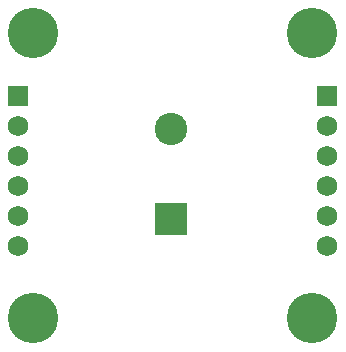
<source format=gts>
G04 (created by PCBNEW-RS274X (2010-04-21 BZR 23xx)-stable) date Mon 25 Apr 2011 12:09:09 AM CEST*
G01*
G70*
G90*
%MOIN*%
G04 Gerber Fmt 3.4, Leading zero omitted, Abs format*
%FSLAX34Y34*%
G04 APERTURE LIST*
%ADD10C,0.006000*%
%ADD11R,0.068000X0.068000*%
%ADD12C,0.068000*%
%ADD13C,0.168000*%
%ADD14R,0.108000X0.108000*%
%ADD15C,0.108000*%
G04 APERTURE END LIST*
G54D10*
G54D11*
X12000Y-15100D03*
G54D12*
X12000Y-16100D03*
X12000Y-17100D03*
X12000Y-18100D03*
X12000Y-19100D03*
X12000Y-20100D03*
G54D11*
X22300Y-15100D03*
G54D12*
X22300Y-16100D03*
X22300Y-17100D03*
X22300Y-18100D03*
X22300Y-19100D03*
X22300Y-20100D03*
G54D13*
X21800Y-22500D03*
X12500Y-13000D03*
X12500Y-22500D03*
X21800Y-13000D03*
G54D14*
X17100Y-19200D03*
G54D15*
X17100Y-16200D03*
M02*

</source>
